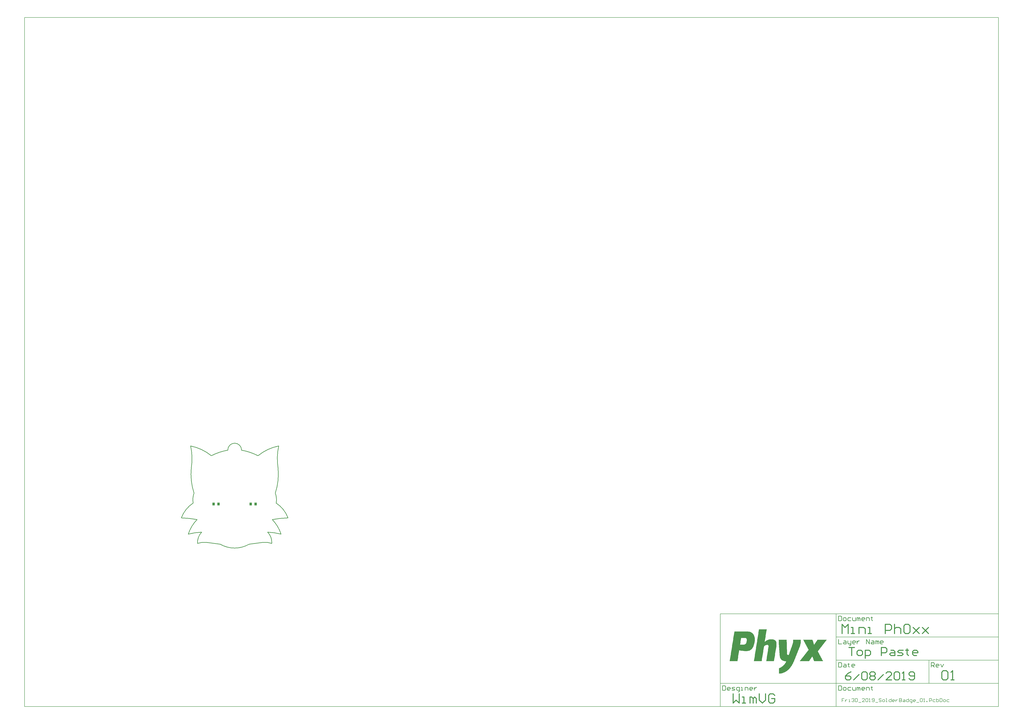
<source format=gtp>
G04*
G04 #@! TF.GenerationSoftware,Altium Limited,Altium Designer,18.1.11 (251)*
G04*
G04 Layer_Color=8421504*
%FSLAX25Y25*%
%MOIN*%
G70*
G01*
G75*
%ADD10C,0.00787*%
%ADD15C,0.00984*%
%ADD16C,0.01575*%
%ADD17R,0.03937X0.05118*%
G36*
X872201Y-141778D02*
X873919D01*
Y-142065D01*
X874778D01*
Y-142351D01*
X875637D01*
Y-142637D01*
X876496D01*
Y-142924D01*
X877069D01*
Y-143210D01*
X877355D01*
Y-143496D01*
X877928D01*
Y-143783D01*
X878214D01*
Y-144069D01*
X878786D01*
Y-144355D01*
X879073D01*
Y-144641D01*
X879359D01*
Y-144928D01*
X879646D01*
Y-145214D01*
X879932D01*
Y-145501D01*
X880218D01*
Y-145787D01*
X880504D01*
Y-146073D01*
Y-146359D01*
X880791D01*
Y-146646D01*
X881077D01*
Y-146932D01*
Y-147218D01*
X881363D01*
Y-147505D01*
X881650D01*
Y-147791D01*
Y-148077D01*
X881936D01*
Y-148364D01*
Y-148650D01*
Y-148936D01*
X882222D01*
Y-149223D01*
Y-149509D01*
Y-149795D01*
X882509D01*
Y-150082D01*
Y-150368D01*
Y-150654D01*
Y-150940D01*
X882795D01*
Y-151227D01*
Y-151513D01*
Y-151799D01*
Y-152086D01*
Y-152372D01*
X883081D01*
Y-152658D01*
Y-152945D01*
Y-153231D01*
Y-153517D01*
Y-153804D01*
Y-154090D01*
Y-154376D01*
Y-154663D01*
Y-154949D01*
Y-155235D01*
Y-155521D01*
Y-155808D01*
Y-156094D01*
Y-156380D01*
Y-156667D01*
Y-156953D01*
Y-157239D01*
Y-157526D01*
Y-157812D01*
Y-158098D01*
X882795D01*
Y-158385D01*
Y-158671D01*
Y-158957D01*
Y-159244D01*
Y-159530D01*
Y-159816D01*
Y-160102D01*
X882509D01*
Y-160389D01*
Y-160675D01*
Y-160961D01*
Y-161248D01*
Y-161534D01*
X882222D01*
Y-161820D01*
Y-162107D01*
Y-162393D01*
Y-162679D01*
Y-162966D01*
X881936D01*
Y-163252D01*
Y-163538D01*
Y-163824D01*
X881650D01*
Y-164111D01*
Y-164397D01*
Y-164683D01*
Y-164970D01*
X881363D01*
Y-165256D01*
Y-165542D01*
Y-165829D01*
X881077D01*
Y-166115D01*
Y-166401D01*
X880791D01*
Y-166688D01*
Y-166974D01*
Y-167260D01*
X880504D01*
Y-167547D01*
Y-167833D01*
X880218D01*
Y-168119D01*
Y-168405D01*
X879932D01*
Y-168692D01*
Y-168978D01*
X879646D01*
Y-169264D01*
X879359D01*
Y-169551D01*
Y-169837D01*
X879073D01*
Y-170123D01*
X878786D01*
Y-170410D01*
X878500D01*
Y-170696D01*
Y-170982D01*
X878214D01*
Y-171269D01*
X877928D01*
Y-171555D01*
X877641D01*
Y-171841D01*
X877355D01*
Y-172127D01*
X877069D01*
Y-172414D01*
X876496D01*
Y-172700D01*
X876210D01*
Y-172986D01*
X875637D01*
Y-173273D01*
X875351D01*
Y-173559D01*
X874778D01*
Y-173845D01*
X873919D01*
Y-174132D01*
X873060D01*
Y-174418D01*
X872201D01*
Y-174704D01*
X870483D01*
Y-174991D01*
X865330D01*
Y-174704D01*
X862753D01*
Y-174418D01*
X860749D01*
Y-174132D01*
X859317D01*
Y-173845D01*
X857886D01*
Y-173559D01*
X856454D01*
Y-173845D01*
Y-174132D01*
Y-174418D01*
Y-174704D01*
Y-174991D01*
Y-175277D01*
Y-175563D01*
X856168D01*
Y-175850D01*
Y-176136D01*
Y-176422D01*
Y-176709D01*
Y-176995D01*
Y-177281D01*
X855882D01*
Y-177568D01*
Y-177854D01*
Y-178140D01*
Y-178426D01*
Y-178713D01*
Y-178999D01*
X855595D01*
Y-179285D01*
Y-179572D01*
Y-179858D01*
Y-180144D01*
Y-180431D01*
Y-180717D01*
Y-181003D01*
X855309D01*
Y-181290D01*
Y-181576D01*
Y-181862D01*
Y-182149D01*
Y-182435D01*
Y-182721D01*
X855023D01*
Y-183007D01*
Y-183294D01*
Y-183580D01*
Y-183866D01*
Y-184153D01*
Y-184439D01*
X854736D01*
Y-184725D01*
Y-185012D01*
Y-185298D01*
Y-185584D01*
Y-185871D01*
Y-186157D01*
Y-186443D01*
X854450D01*
Y-186730D01*
Y-187016D01*
Y-187302D01*
Y-187588D01*
Y-187875D01*
Y-188161D01*
X854164D01*
Y-188447D01*
Y-188734D01*
Y-189020D01*
Y-189306D01*
Y-189593D01*
Y-189879D01*
X853877D01*
Y-190165D01*
Y-190452D01*
Y-190738D01*
Y-191024D01*
Y-191311D01*
Y-191597D01*
Y-191883D01*
X840421D01*
Y-191597D01*
X840707D01*
Y-191311D01*
Y-191024D01*
Y-190738D01*
Y-190452D01*
Y-190165D01*
X840993D01*
Y-189879D01*
Y-189593D01*
Y-189306D01*
Y-189020D01*
Y-188734D01*
Y-188447D01*
Y-188161D01*
X841280D01*
Y-187875D01*
Y-187588D01*
Y-187302D01*
Y-187016D01*
Y-186730D01*
Y-186443D01*
X841566D01*
Y-186157D01*
Y-185871D01*
Y-185584D01*
Y-185298D01*
Y-185012D01*
Y-184725D01*
X841852D01*
Y-184439D01*
Y-184153D01*
Y-183866D01*
Y-183580D01*
Y-183294D01*
Y-183007D01*
Y-182721D01*
X842138D01*
Y-182435D01*
Y-182149D01*
Y-181862D01*
Y-181576D01*
Y-181290D01*
Y-181003D01*
X842425D01*
Y-180717D01*
Y-180431D01*
Y-180144D01*
Y-179858D01*
Y-179572D01*
Y-179285D01*
X842711D01*
Y-178999D01*
Y-178713D01*
Y-178426D01*
Y-178140D01*
Y-177854D01*
Y-177568D01*
X842997D01*
Y-177281D01*
Y-176995D01*
Y-176709D01*
Y-176422D01*
Y-176136D01*
Y-175850D01*
Y-175563D01*
X843284D01*
Y-175277D01*
Y-174991D01*
Y-174704D01*
Y-174418D01*
Y-174132D01*
Y-173845D01*
X843570D01*
Y-173559D01*
Y-173273D01*
Y-172986D01*
Y-172700D01*
Y-172414D01*
Y-172127D01*
X843856D01*
Y-171841D01*
Y-171555D01*
Y-171269D01*
Y-170982D01*
Y-170696D01*
Y-170410D01*
X844143D01*
Y-170123D01*
Y-169837D01*
Y-169551D01*
Y-169264D01*
Y-168978D01*
Y-168692D01*
Y-168405D01*
X844429D01*
Y-168119D01*
Y-167833D01*
Y-167547D01*
Y-167260D01*
Y-166974D01*
Y-166688D01*
X844715D01*
Y-166401D01*
Y-166115D01*
Y-165829D01*
Y-165542D01*
Y-165256D01*
Y-164970D01*
X845002D01*
Y-164683D01*
Y-164397D01*
Y-164111D01*
Y-163824D01*
Y-163538D01*
Y-163252D01*
Y-162966D01*
X845288D01*
Y-162679D01*
Y-162393D01*
Y-162107D01*
Y-161820D01*
Y-161534D01*
Y-161248D01*
X845574D01*
Y-160961D01*
Y-160675D01*
Y-160389D01*
Y-160102D01*
Y-159816D01*
Y-159530D01*
X845861D01*
Y-159244D01*
Y-158957D01*
Y-158671D01*
Y-158385D01*
Y-158098D01*
Y-157812D01*
X846147D01*
Y-157526D01*
Y-157239D01*
Y-156953D01*
Y-156667D01*
Y-156380D01*
Y-156094D01*
Y-155808D01*
X846433D01*
Y-155521D01*
Y-155235D01*
Y-154949D01*
Y-154663D01*
Y-154376D01*
Y-154090D01*
X846719D01*
Y-153804D01*
Y-153517D01*
Y-153231D01*
Y-152945D01*
Y-152658D01*
Y-152372D01*
X847006D01*
Y-152086D01*
Y-151799D01*
Y-151513D01*
Y-151227D01*
Y-150940D01*
Y-150654D01*
Y-150368D01*
X847292D01*
Y-150082D01*
Y-149795D01*
Y-149509D01*
Y-149223D01*
Y-148936D01*
Y-148650D01*
X847578D01*
Y-148364D01*
Y-148077D01*
Y-147791D01*
Y-147505D01*
Y-147218D01*
Y-146932D01*
X847865D01*
Y-146646D01*
Y-146359D01*
Y-146073D01*
Y-145787D01*
Y-145501D01*
Y-145214D01*
Y-144928D01*
X848151D01*
Y-144641D01*
Y-144355D01*
Y-144069D01*
Y-143783D01*
Y-143496D01*
Y-143210D01*
X848437D01*
Y-142924D01*
Y-142637D01*
Y-142351D01*
Y-142065D01*
Y-141778D01*
Y-141492D01*
X872201D01*
Y-141778D01*
D02*
G37*
G36*
X903409Y-138343D02*
Y-138629D01*
X903123D01*
Y-138915D01*
Y-139202D01*
Y-139488D01*
Y-139774D01*
Y-140060D01*
Y-140347D01*
X902837D01*
Y-140633D01*
Y-140919D01*
Y-141206D01*
Y-141492D01*
Y-141778D01*
Y-142065D01*
X902551D01*
Y-142351D01*
Y-142637D01*
Y-142924D01*
Y-143210D01*
Y-143496D01*
Y-143783D01*
Y-144069D01*
X902264D01*
Y-144355D01*
Y-144641D01*
Y-144928D01*
Y-145214D01*
Y-145501D01*
Y-145787D01*
X901978D01*
Y-146073D01*
Y-146359D01*
Y-146646D01*
Y-146932D01*
Y-147218D01*
Y-147505D01*
X901692D01*
Y-147791D01*
Y-148077D01*
Y-148364D01*
Y-148650D01*
Y-148936D01*
Y-149223D01*
Y-149509D01*
X901405D01*
Y-149795D01*
Y-150082D01*
Y-150368D01*
Y-150654D01*
Y-150940D01*
Y-151227D01*
X901119D01*
Y-151513D01*
Y-151799D01*
Y-152086D01*
Y-152372D01*
Y-152658D01*
Y-152945D01*
X900833D01*
Y-153231D01*
Y-153517D01*
Y-153804D01*
Y-154090D01*
Y-154376D01*
Y-154663D01*
X900546D01*
Y-154949D01*
Y-155235D01*
Y-155521D01*
Y-155808D01*
Y-156094D01*
Y-156380D01*
Y-156667D01*
X900260D01*
Y-156953D01*
Y-157239D01*
Y-157526D01*
Y-157812D01*
Y-158098D01*
Y-158385D01*
X899974D01*
Y-158671D01*
Y-158957D01*
X900546D01*
Y-158671D01*
X900833D01*
Y-158385D01*
X901119D01*
Y-158098D01*
X901692D01*
Y-157812D01*
X901978D01*
Y-157526D01*
X902264D01*
Y-157239D01*
X902837D01*
Y-156953D01*
X903409D01*
Y-156667D01*
X903696D01*
Y-156380D01*
X904268D01*
Y-156094D01*
X905127D01*
Y-155808D01*
X905700D01*
Y-155521D01*
X906559D01*
Y-155235D01*
X907990D01*
Y-154949D01*
X914289D01*
Y-155235D01*
X915435D01*
Y-155521D01*
X916294D01*
Y-155808D01*
X916866D01*
Y-156094D01*
X917153D01*
Y-156380D01*
X917725D01*
Y-156667D01*
X918011D01*
Y-156953D01*
X918298D01*
Y-157239D01*
X918584D01*
Y-157526D01*
X918870D01*
Y-157812D01*
Y-158098D01*
X919157D01*
Y-158385D01*
Y-158671D01*
X919443D01*
Y-158957D01*
Y-159244D01*
Y-159530D01*
X919729D01*
Y-159816D01*
Y-160102D01*
Y-160389D01*
Y-160675D01*
X920016D01*
Y-160961D01*
Y-161248D01*
Y-161534D01*
Y-161820D01*
Y-162107D01*
Y-162393D01*
Y-162679D01*
Y-162966D01*
Y-163252D01*
Y-163538D01*
Y-163824D01*
Y-164111D01*
Y-164397D01*
Y-164683D01*
Y-164970D01*
Y-165256D01*
Y-165542D01*
Y-165829D01*
X919729D01*
Y-166115D01*
Y-166401D01*
Y-166688D01*
Y-166974D01*
Y-167260D01*
Y-167547D01*
Y-167833D01*
X919443D01*
Y-168119D01*
Y-168405D01*
Y-168692D01*
Y-168978D01*
Y-169264D01*
Y-169551D01*
Y-169837D01*
X919157D01*
Y-170123D01*
Y-170410D01*
Y-170696D01*
Y-170982D01*
Y-171269D01*
Y-171555D01*
X918870D01*
Y-171841D01*
Y-172127D01*
Y-172414D01*
Y-172700D01*
Y-172986D01*
Y-173273D01*
X918584D01*
Y-173559D01*
Y-173845D01*
Y-174132D01*
Y-174418D01*
Y-174704D01*
Y-174991D01*
X918298D01*
Y-175277D01*
Y-175563D01*
Y-175850D01*
Y-176136D01*
Y-176422D01*
Y-176709D01*
Y-176995D01*
X918011D01*
Y-177281D01*
Y-177568D01*
Y-177854D01*
Y-178140D01*
Y-178426D01*
Y-178713D01*
X917725D01*
Y-178999D01*
Y-179285D01*
Y-179572D01*
Y-179858D01*
Y-180144D01*
Y-180431D01*
X917439D01*
Y-180717D01*
Y-181003D01*
Y-181290D01*
Y-181576D01*
Y-181862D01*
Y-182149D01*
Y-182435D01*
X917153D01*
Y-182721D01*
Y-183007D01*
Y-183294D01*
Y-183580D01*
Y-183866D01*
Y-184153D01*
X916866D01*
Y-184439D01*
Y-184725D01*
Y-185012D01*
Y-185298D01*
Y-185584D01*
Y-185871D01*
X916580D01*
Y-186157D01*
Y-186443D01*
Y-186730D01*
Y-187016D01*
Y-187302D01*
Y-187588D01*
X916294D01*
Y-187875D01*
Y-188161D01*
Y-188447D01*
Y-188734D01*
Y-189020D01*
Y-189306D01*
Y-189593D01*
X916007D01*
Y-189879D01*
Y-190165D01*
Y-190452D01*
Y-190738D01*
Y-191024D01*
Y-191311D01*
X915721D01*
Y-191597D01*
Y-191883D01*
X902551D01*
Y-191597D01*
Y-191311D01*
X902837D01*
Y-191024D01*
Y-190738D01*
Y-190452D01*
Y-190165D01*
Y-189879D01*
Y-189593D01*
X903123D01*
Y-189306D01*
Y-189020D01*
Y-188734D01*
Y-188447D01*
Y-188161D01*
Y-187875D01*
Y-187588D01*
X903409D01*
Y-187302D01*
Y-187016D01*
Y-186730D01*
Y-186443D01*
Y-186157D01*
Y-185871D01*
X903696D01*
Y-185584D01*
Y-185298D01*
Y-185012D01*
Y-184725D01*
Y-184439D01*
Y-184153D01*
X903982D01*
Y-183866D01*
Y-183580D01*
Y-183294D01*
Y-183007D01*
Y-182721D01*
Y-182435D01*
Y-182149D01*
X904268D01*
Y-181862D01*
Y-181576D01*
Y-181290D01*
Y-181003D01*
Y-180717D01*
Y-180431D01*
X904555D01*
Y-180144D01*
Y-179858D01*
Y-179572D01*
Y-179285D01*
Y-178999D01*
Y-178713D01*
Y-178426D01*
X904841D01*
Y-178140D01*
Y-177854D01*
Y-177568D01*
Y-177281D01*
Y-176995D01*
Y-176709D01*
X905127D01*
Y-176422D01*
Y-176136D01*
Y-175850D01*
Y-175563D01*
Y-175277D01*
Y-174991D01*
X905414D01*
Y-174704D01*
Y-174418D01*
Y-174132D01*
Y-173845D01*
Y-173559D01*
Y-173273D01*
X905700D01*
Y-172986D01*
Y-172700D01*
Y-172414D01*
Y-172127D01*
Y-171841D01*
Y-171555D01*
Y-171269D01*
X905986D01*
Y-170982D01*
Y-170696D01*
Y-170410D01*
Y-170123D01*
Y-169837D01*
Y-169551D01*
X906273D01*
Y-169264D01*
Y-168978D01*
Y-168692D01*
Y-168405D01*
Y-168119D01*
Y-167833D01*
Y-167547D01*
X906559D01*
Y-167260D01*
Y-166974D01*
Y-166688D01*
Y-166401D01*
Y-166115D01*
Y-165829D01*
X906273D01*
Y-165542D01*
Y-165256D01*
X905986D01*
Y-164970D01*
X905700D01*
Y-164683D01*
X905127D01*
Y-164397D01*
X903409D01*
Y-164683D01*
X901978D01*
Y-164970D01*
X901119D01*
Y-165256D01*
X900546D01*
Y-165542D01*
X900260D01*
Y-165829D01*
X899687D01*
Y-166115D01*
X899401D01*
Y-166401D01*
X899115D01*
Y-166688D01*
Y-166974D01*
X898828D01*
Y-167260D01*
Y-167547D01*
Y-167833D01*
X898542D01*
Y-168119D01*
Y-168405D01*
Y-168692D01*
Y-168978D01*
Y-169264D01*
Y-169551D01*
X898256D01*
Y-169837D01*
Y-170123D01*
Y-170410D01*
Y-170696D01*
Y-170982D01*
Y-171269D01*
Y-171555D01*
X897970D01*
Y-171841D01*
Y-172127D01*
Y-172414D01*
Y-172700D01*
Y-172986D01*
Y-173273D01*
X897683D01*
Y-173559D01*
Y-173845D01*
Y-174132D01*
Y-174418D01*
Y-174704D01*
Y-174991D01*
X897397D01*
Y-175277D01*
Y-175563D01*
Y-175850D01*
Y-176136D01*
Y-176422D01*
Y-176709D01*
X897111D01*
Y-176995D01*
Y-177281D01*
Y-177568D01*
Y-177854D01*
Y-178140D01*
Y-178426D01*
Y-178713D01*
X896824D01*
Y-178999D01*
Y-179285D01*
Y-179572D01*
Y-179858D01*
Y-180144D01*
Y-180431D01*
X896538D01*
Y-180717D01*
Y-181003D01*
Y-181290D01*
Y-181576D01*
Y-181862D01*
Y-182149D01*
X896252D01*
Y-182435D01*
Y-182721D01*
Y-183007D01*
Y-183294D01*
Y-183580D01*
Y-183866D01*
Y-184153D01*
X895965D01*
Y-184439D01*
Y-184725D01*
Y-185012D01*
Y-185298D01*
Y-185584D01*
Y-185871D01*
X895679D01*
Y-186157D01*
Y-186443D01*
Y-186730D01*
Y-187016D01*
Y-187302D01*
Y-187588D01*
X895393D01*
Y-187875D01*
Y-188161D01*
Y-188447D01*
Y-188734D01*
Y-189020D01*
Y-189306D01*
X895106D01*
Y-189593D01*
Y-189879D01*
Y-190165D01*
Y-190452D01*
Y-190738D01*
Y-191024D01*
Y-191311D01*
X894820D01*
Y-191597D01*
Y-191883D01*
X881650D01*
Y-191597D01*
Y-191311D01*
X881936D01*
Y-191024D01*
Y-190738D01*
Y-190452D01*
Y-190165D01*
Y-189879D01*
Y-189593D01*
Y-189306D01*
X882222D01*
Y-189020D01*
Y-188734D01*
Y-188447D01*
Y-188161D01*
Y-187875D01*
Y-187588D01*
X882509D01*
Y-187302D01*
Y-187016D01*
Y-186730D01*
Y-186443D01*
Y-186157D01*
Y-185871D01*
X882795D01*
Y-185584D01*
Y-185298D01*
Y-185012D01*
Y-184725D01*
Y-184439D01*
Y-184153D01*
Y-183866D01*
X883081D01*
Y-183580D01*
Y-183294D01*
Y-183007D01*
Y-182721D01*
Y-182435D01*
Y-182149D01*
X883368D01*
Y-181862D01*
Y-181576D01*
Y-181290D01*
Y-181003D01*
Y-180717D01*
Y-180431D01*
X883654D01*
Y-180144D01*
Y-179858D01*
Y-179572D01*
Y-179285D01*
Y-178999D01*
Y-178713D01*
X883940D01*
Y-178426D01*
Y-178140D01*
Y-177854D01*
Y-177568D01*
Y-177281D01*
Y-176995D01*
Y-176709D01*
X884227D01*
Y-176422D01*
Y-176136D01*
Y-175850D01*
Y-175563D01*
Y-175277D01*
Y-174991D01*
X884513D01*
Y-174704D01*
Y-174418D01*
Y-174132D01*
Y-173845D01*
Y-173559D01*
Y-173273D01*
X884799D01*
Y-172986D01*
Y-172700D01*
Y-172414D01*
Y-172127D01*
Y-171841D01*
Y-171555D01*
Y-171269D01*
X885085D01*
Y-170982D01*
Y-170696D01*
Y-170410D01*
Y-170123D01*
Y-169837D01*
Y-169551D01*
X885372D01*
Y-169264D01*
Y-168978D01*
Y-168692D01*
Y-168405D01*
Y-168119D01*
Y-167833D01*
X885658D01*
Y-167547D01*
Y-167260D01*
Y-166974D01*
Y-166688D01*
Y-166401D01*
Y-166115D01*
X885944D01*
Y-165829D01*
Y-165542D01*
Y-165256D01*
Y-164970D01*
Y-164683D01*
Y-164397D01*
Y-164111D01*
X886231D01*
Y-163824D01*
Y-163538D01*
Y-163252D01*
Y-162966D01*
Y-162679D01*
Y-162393D01*
X886517D01*
Y-162107D01*
Y-161820D01*
Y-161534D01*
Y-161248D01*
Y-160961D01*
Y-160675D01*
X886803D01*
Y-160389D01*
Y-160102D01*
Y-159816D01*
Y-159530D01*
Y-159244D01*
Y-158957D01*
X887090D01*
Y-158671D01*
Y-158385D01*
Y-158098D01*
Y-157812D01*
Y-157526D01*
Y-157239D01*
Y-156953D01*
X887376D01*
Y-156667D01*
Y-156380D01*
Y-156094D01*
Y-155808D01*
Y-155521D01*
Y-155235D01*
X887662D01*
Y-154949D01*
Y-154663D01*
Y-154376D01*
Y-154090D01*
Y-153804D01*
Y-153517D01*
X887949D01*
Y-153231D01*
Y-152945D01*
Y-152658D01*
Y-152372D01*
Y-152086D01*
Y-151799D01*
Y-151513D01*
X888235D01*
Y-151227D01*
Y-150940D01*
Y-150654D01*
Y-150368D01*
Y-150082D01*
Y-149795D01*
X888521D01*
Y-149509D01*
Y-149223D01*
Y-148936D01*
Y-148650D01*
Y-148364D01*
Y-148077D01*
X888807D01*
Y-147791D01*
Y-147505D01*
Y-147218D01*
Y-146932D01*
Y-146646D01*
Y-146359D01*
X889094D01*
Y-146073D01*
Y-145787D01*
Y-145501D01*
Y-145214D01*
Y-144928D01*
Y-144641D01*
Y-144355D01*
X889380D01*
Y-144069D01*
Y-143783D01*
Y-143496D01*
Y-143210D01*
Y-142924D01*
Y-142637D01*
X889666D01*
Y-142351D01*
Y-142065D01*
Y-141778D01*
Y-141492D01*
Y-141206D01*
Y-140919D01*
X889953D01*
Y-140633D01*
Y-140347D01*
Y-140060D01*
Y-139774D01*
Y-139488D01*
Y-139202D01*
Y-138915D01*
X890239D01*
Y-138629D01*
Y-138343D01*
Y-138056D01*
X903409D01*
Y-138343D01*
D02*
G37*
G36*
X1005337Y-155808D02*
X1005050D01*
Y-156094D01*
X1004764D01*
Y-156380D01*
Y-156667D01*
X1004478D01*
Y-156953D01*
X1004192D01*
Y-157239D01*
X1003905D01*
Y-157526D01*
Y-157812D01*
X1003619D01*
Y-158098D01*
X1003333D01*
Y-158385D01*
X1003046D01*
Y-158671D01*
X1002760D01*
Y-158957D01*
Y-159244D01*
X1002474D01*
Y-159530D01*
X1002187D01*
Y-159816D01*
X1001901D01*
Y-160102D01*
Y-160389D01*
X1001615D01*
Y-160675D01*
X1001328D01*
Y-160961D01*
X1001042D01*
Y-161248D01*
X1000756D01*
Y-161534D01*
Y-161820D01*
X1000469D01*
Y-162107D01*
X1000183D01*
Y-162393D01*
X999897D01*
Y-162679D01*
Y-162966D01*
X999611D01*
Y-163252D01*
X999324D01*
Y-163538D01*
X999038D01*
Y-163824D01*
Y-164111D01*
X998752D01*
Y-164397D01*
X998465D01*
Y-164683D01*
X998179D01*
Y-164970D01*
X997893D01*
Y-165256D01*
Y-165542D01*
X997606D01*
Y-165829D01*
X997320D01*
Y-166115D01*
X997034D01*
Y-166401D01*
Y-166688D01*
X996747D01*
Y-166974D01*
X996461D01*
Y-167260D01*
X996175D01*
Y-167547D01*
Y-167833D01*
X995889D01*
Y-168119D01*
X995602D01*
Y-168405D01*
X995316D01*
Y-168692D01*
X995030D01*
Y-168978D01*
Y-169264D01*
X994743D01*
Y-169551D01*
X994457D01*
Y-169837D01*
X994171D01*
Y-170123D01*
Y-170410D01*
X993884D01*
Y-170696D01*
X993598D01*
Y-170982D01*
X993312D01*
Y-171269D01*
Y-171555D01*
X993025D01*
Y-171841D01*
X992739D01*
Y-172127D01*
X992453D01*
Y-172414D01*
X992166D01*
Y-172700D01*
Y-172986D01*
X991880D01*
Y-173273D01*
X991594D01*
Y-173559D01*
X991308D01*
Y-173845D01*
Y-174132D01*
X991021D01*
Y-174418D01*
X990735D01*
Y-174704D01*
X990449D01*
Y-174991D01*
X990162D01*
Y-175277D01*
Y-175563D01*
X990449D01*
Y-175850D01*
Y-176136D01*
X990735D01*
Y-176422D01*
Y-176709D01*
X991021D01*
Y-176995D01*
X991308D01*
Y-177281D01*
Y-177568D01*
X991594D01*
Y-177854D01*
Y-178140D01*
X991880D01*
Y-178426D01*
Y-178713D01*
X992166D01*
Y-178999D01*
Y-179285D01*
X992453D01*
Y-179572D01*
Y-179858D01*
X992739D01*
Y-180144D01*
Y-180431D01*
X993025D01*
Y-180717D01*
Y-181003D01*
X993312D01*
Y-181290D01*
Y-181576D01*
X993598D01*
Y-181862D01*
X993884D01*
Y-182149D01*
Y-182435D01*
X994171D01*
Y-182721D01*
Y-183007D01*
X994457D01*
Y-183294D01*
Y-183580D01*
X994743D01*
Y-183866D01*
Y-184153D01*
X995030D01*
Y-184439D01*
Y-184725D01*
X995316D01*
Y-185012D01*
Y-185298D01*
X995602D01*
Y-185584D01*
Y-185871D01*
X995889D01*
Y-186157D01*
X996175D01*
Y-186443D01*
Y-186730D01*
X996461D01*
Y-187016D01*
Y-187302D01*
X996747D01*
Y-187588D01*
Y-187875D01*
X997034D01*
Y-188161D01*
Y-188447D01*
X997320D01*
Y-188734D01*
Y-189020D01*
X997606D01*
Y-189306D01*
Y-189593D01*
X997893D01*
Y-189879D01*
Y-190165D01*
X998179D01*
Y-190452D01*
X998465D01*
Y-190738D01*
Y-191024D01*
X998752D01*
Y-191311D01*
Y-191597D01*
X999038D01*
Y-191883D01*
X983863D01*
Y-191597D01*
X983577D01*
Y-191311D01*
Y-191024D01*
Y-190738D01*
X983291D01*
Y-190452D01*
Y-190165D01*
Y-189879D01*
X983004D01*
Y-189593D01*
Y-189306D01*
X982718D01*
Y-189020D01*
Y-188734D01*
Y-188447D01*
X982432D01*
Y-188161D01*
Y-187875D01*
Y-187588D01*
X982146D01*
Y-187302D01*
Y-187016D01*
X981859D01*
Y-186730D01*
Y-186443D01*
Y-186157D01*
X981573D01*
Y-185871D01*
Y-185584D01*
Y-185298D01*
X981287D01*
Y-185012D01*
Y-184725D01*
Y-184439D01*
X981000D01*
Y-184153D01*
X980428D01*
Y-184439D01*
Y-184725D01*
X980141D01*
Y-185012D01*
X979855D01*
Y-185298D01*
Y-185584D01*
X979569D01*
Y-185871D01*
X979282D01*
Y-186157D01*
Y-186443D01*
X978996D01*
Y-186730D01*
X978710D01*
Y-187016D01*
Y-187302D01*
X978423D01*
Y-187588D01*
X978137D01*
Y-187875D01*
X977851D01*
Y-188161D01*
Y-188447D01*
X977565D01*
Y-188734D01*
X977278D01*
Y-189020D01*
Y-189306D01*
X976992D01*
Y-189593D01*
X976705D01*
Y-189879D01*
Y-190165D01*
X976419D01*
Y-190452D01*
X976133D01*
Y-190738D01*
Y-191024D01*
X975847D01*
Y-191311D01*
X975560D01*
Y-191597D01*
Y-191883D01*
X959527D01*
Y-191597D01*
X959813D01*
Y-191311D01*
X960099D01*
Y-191024D01*
X960386D01*
Y-190738D01*
X960672D01*
Y-190452D01*
Y-190165D01*
X960958D01*
Y-189879D01*
X961245D01*
Y-189593D01*
X961531D01*
Y-189306D01*
X961817D01*
Y-189020D01*
Y-188734D01*
X962104D01*
Y-188447D01*
X962390D01*
Y-188161D01*
X962676D01*
Y-187875D01*
Y-187588D01*
X962963D01*
Y-187302D01*
X963249D01*
Y-187016D01*
X963535D01*
Y-186730D01*
X963822D01*
Y-186443D01*
Y-186157D01*
X964108D01*
Y-185871D01*
X964394D01*
Y-185584D01*
X964680D01*
Y-185298D01*
X964967D01*
Y-185012D01*
Y-184725D01*
X965253D01*
Y-184439D01*
X965539D01*
Y-184153D01*
X965826D01*
Y-183866D01*
Y-183580D01*
X966112D01*
Y-183294D01*
X966398D01*
Y-183007D01*
X966685D01*
Y-182721D01*
X966971D01*
Y-182435D01*
Y-182149D01*
X967257D01*
Y-181862D01*
X967544D01*
Y-181576D01*
X967830D01*
Y-181290D01*
Y-181003D01*
X968116D01*
Y-180717D01*
X968402D01*
Y-180431D01*
X968689D01*
Y-180144D01*
X968975D01*
Y-179858D01*
Y-179572D01*
X969261D01*
Y-179285D01*
X969548D01*
Y-178999D01*
X969834D01*
Y-178713D01*
Y-178426D01*
X970120D01*
Y-178140D01*
X970407D01*
Y-177854D01*
X970693D01*
Y-177568D01*
X970979D01*
Y-177281D01*
Y-176995D01*
X971266D01*
Y-176709D01*
X971552D01*
Y-176422D01*
X971838D01*
Y-176136D01*
X972124D01*
Y-175850D01*
Y-175563D01*
X972411D01*
Y-175277D01*
X972697D01*
Y-174991D01*
X972983D01*
Y-174704D01*
Y-174418D01*
X973270D01*
Y-174132D01*
X973556D01*
Y-173845D01*
X973842D01*
Y-173559D01*
X974129D01*
Y-173273D01*
Y-172986D01*
X974415D01*
Y-172700D01*
Y-172414D01*
Y-172127D01*
X974129D01*
Y-171841D01*
X973842D01*
Y-171555D01*
Y-171269D01*
X973556D01*
Y-170982D01*
Y-170696D01*
X973270D01*
Y-170410D01*
Y-170123D01*
X972983D01*
Y-169837D01*
Y-169551D01*
X972697D01*
Y-169264D01*
Y-168978D01*
X972411D01*
Y-168692D01*
Y-168405D01*
X972124D01*
Y-168119D01*
X971838D01*
Y-167833D01*
Y-167547D01*
X971552D01*
Y-167260D01*
Y-166974D01*
X971266D01*
Y-166688D01*
Y-166401D01*
X970979D01*
Y-166115D01*
Y-165829D01*
X970693D01*
Y-165542D01*
Y-165256D01*
X970407D01*
Y-164970D01*
Y-164683D01*
X970120D01*
Y-164397D01*
X969834D01*
Y-164111D01*
Y-163824D01*
X969548D01*
Y-163538D01*
Y-163252D01*
X969261D01*
Y-162966D01*
Y-162679D01*
X968975D01*
Y-162393D01*
Y-162107D01*
X968689D01*
Y-161820D01*
Y-161534D01*
X968402D01*
Y-161248D01*
Y-160961D01*
X968116D01*
Y-160675D01*
Y-160389D01*
X967830D01*
Y-160102D01*
X967544D01*
Y-159816D01*
Y-159530D01*
X967257D01*
Y-159244D01*
Y-158957D01*
X966971D01*
Y-158671D01*
Y-158385D01*
X966685D01*
Y-158098D01*
Y-157812D01*
X966398D01*
Y-157526D01*
Y-157239D01*
X966112D01*
Y-156953D01*
Y-156667D01*
X965826D01*
Y-156380D01*
X965539D01*
Y-156094D01*
Y-155808D01*
X965253D01*
Y-155521D01*
X981000D01*
Y-155808D01*
X981287D01*
Y-156094D01*
Y-156380D01*
Y-156667D01*
X981573D01*
Y-156953D01*
Y-157239D01*
Y-157526D01*
X981859D01*
Y-157812D01*
Y-158098D01*
Y-158385D01*
X982146D01*
Y-158671D01*
Y-158957D01*
Y-159244D01*
X982432D01*
Y-159530D01*
Y-159816D01*
Y-160102D01*
X982718D01*
Y-160389D01*
Y-160675D01*
Y-160961D01*
X983004D01*
Y-161248D01*
Y-161534D01*
Y-161820D01*
X983291D01*
Y-162107D01*
Y-162393D01*
Y-162679D01*
X983577D01*
Y-162966D01*
Y-163252D01*
Y-163538D01*
Y-163824D01*
X984150D01*
Y-163538D01*
X984436D01*
Y-163252D01*
X984722D01*
Y-162966D01*
Y-162679D01*
X985009D01*
Y-162393D01*
X985295D01*
Y-162107D01*
Y-161820D01*
X985581D01*
Y-161534D01*
X985868D01*
Y-161248D01*
Y-160961D01*
X986154D01*
Y-160675D01*
X986440D01*
Y-160389D01*
Y-160102D01*
X986726D01*
Y-159816D01*
X987013D01*
Y-159530D01*
Y-159244D01*
X987299D01*
Y-158957D01*
X987585D01*
Y-158671D01*
Y-158385D01*
X987872D01*
Y-158098D01*
X988158D01*
Y-157812D01*
Y-157526D01*
X988444D01*
Y-157239D01*
X988731D01*
Y-156953D01*
Y-156667D01*
X989017D01*
Y-156380D01*
X989303D01*
Y-156094D01*
Y-155808D01*
X989590D01*
Y-155521D01*
X1005337D01*
Y-155808D01*
D02*
G37*
G36*
X961245D02*
Y-156094D01*
Y-156380D01*
Y-156667D01*
Y-156953D01*
Y-157239D01*
Y-157526D01*
Y-157812D01*
Y-158098D01*
Y-158385D01*
Y-158671D01*
Y-158957D01*
Y-159244D01*
Y-159530D01*
Y-159816D01*
Y-160102D01*
Y-160389D01*
Y-160675D01*
Y-160961D01*
Y-161248D01*
Y-161534D01*
X960958D01*
Y-161820D01*
Y-162107D01*
Y-162393D01*
Y-162679D01*
Y-162966D01*
X960672D01*
Y-163252D01*
Y-163538D01*
Y-163824D01*
Y-164111D01*
X960386D01*
Y-164397D01*
Y-164683D01*
Y-164970D01*
Y-165256D01*
X960099D01*
Y-165542D01*
Y-165829D01*
Y-166115D01*
X959813D01*
Y-166401D01*
Y-166688D01*
Y-166974D01*
X959527D01*
Y-167260D01*
Y-167547D01*
Y-167833D01*
X959241D01*
Y-168119D01*
Y-168405D01*
Y-168692D01*
X958954D01*
Y-168978D01*
Y-169264D01*
X958668D01*
Y-169551D01*
Y-169837D01*
X958381D01*
Y-170123D01*
Y-170410D01*
Y-170696D01*
X958095D01*
Y-170982D01*
Y-171269D01*
X957809D01*
Y-171555D01*
Y-171841D01*
Y-172127D01*
X957523D01*
Y-172414D01*
Y-172700D01*
X957236D01*
Y-172986D01*
Y-173273D01*
Y-173559D01*
X956950D01*
Y-173845D01*
Y-174132D01*
X956664D01*
Y-174418D01*
Y-174704D01*
Y-174991D01*
X956377D01*
Y-175277D01*
Y-175563D01*
X956091D01*
Y-175850D01*
Y-176136D01*
Y-176422D01*
X955805D01*
Y-176709D01*
Y-176995D01*
X955518D01*
Y-177281D01*
Y-177568D01*
Y-177854D01*
X955232D01*
Y-178140D01*
Y-178426D01*
X954946D01*
Y-178713D01*
Y-178999D01*
Y-179285D01*
X954659D01*
Y-179572D01*
Y-179858D01*
X954373D01*
Y-180144D01*
Y-180431D01*
Y-180717D01*
X954087D01*
Y-181003D01*
Y-181290D01*
X953800D01*
Y-181576D01*
Y-181862D01*
Y-182149D01*
X953514D01*
Y-182435D01*
Y-182721D01*
X953228D01*
Y-183007D01*
Y-183294D01*
Y-183580D01*
X952942D01*
Y-183866D01*
Y-184153D01*
X952655D01*
Y-184439D01*
Y-184725D01*
Y-185012D01*
X952369D01*
Y-185298D01*
Y-185584D01*
X952083D01*
Y-185871D01*
Y-186157D01*
Y-186443D01*
X951796D01*
Y-186730D01*
Y-187016D01*
X951510D01*
Y-187302D01*
Y-187588D01*
Y-187875D01*
X951224D01*
Y-188161D01*
Y-188447D01*
X950937D01*
Y-188734D01*
Y-189020D01*
Y-189306D01*
X950651D01*
Y-189593D01*
Y-189879D01*
X950365D01*
Y-190165D01*
Y-190452D01*
Y-190738D01*
X950078D01*
Y-191024D01*
Y-191311D01*
X949792D01*
Y-191597D01*
Y-191883D01*
Y-192169D01*
X949506D01*
Y-192456D01*
Y-192742D01*
X949220D01*
Y-193028D01*
Y-193315D01*
X948933D01*
Y-193601D01*
Y-193887D01*
X948647D01*
Y-194174D01*
Y-194460D01*
Y-194746D01*
X948361D01*
Y-195033D01*
X948074D01*
Y-195319D01*
Y-195605D01*
Y-195891D01*
X947788D01*
Y-196178D01*
X947502D01*
Y-196464D01*
Y-196750D01*
X947215D01*
Y-197037D01*
Y-197323D01*
X946929D01*
Y-197609D01*
Y-197896D01*
X946643D01*
Y-198182D01*
Y-198468D01*
X946356D01*
Y-198755D01*
X946070D01*
Y-199041D01*
Y-199327D01*
X945784D01*
Y-199614D01*
Y-199900D01*
X945497D01*
Y-200186D01*
X945211D01*
Y-200472D01*
X944925D01*
Y-200759D01*
Y-201045D01*
X944639D01*
Y-201331D01*
X944352D01*
Y-201618D01*
Y-201904D01*
X944066D01*
Y-202190D01*
X943780D01*
Y-202477D01*
X943493D01*
Y-202763D01*
Y-203049D01*
X943207D01*
Y-203336D01*
X942921D01*
Y-203622D01*
X942634D01*
Y-203908D01*
X942348D01*
Y-204195D01*
X942062D01*
Y-204481D01*
Y-204767D01*
X941775D01*
Y-205053D01*
X941489D01*
Y-205340D01*
X941203D01*
Y-205626D01*
X940916D01*
Y-205912D01*
X940630D01*
Y-206199D01*
X940344D01*
Y-206485D01*
X940057D01*
Y-206771D01*
X939485D01*
Y-207058D01*
X939199D01*
Y-207344D01*
X938912D01*
Y-207630D01*
X938626D01*
Y-207917D01*
X938340D01*
Y-208203D01*
X937767D01*
Y-208489D01*
X937481D01*
Y-208776D01*
X936908D01*
Y-209062D01*
X936622D01*
Y-209348D01*
X936049D01*
Y-209634D01*
X935763D01*
Y-209921D01*
X935190D01*
Y-210207D01*
X934618D01*
Y-210493D01*
X934045D01*
Y-210780D01*
X933472D01*
Y-211066D01*
X932900D01*
Y-211352D01*
X932041D01*
Y-211639D01*
X931468D01*
Y-211925D01*
X930609D01*
Y-212211D01*
X929464D01*
Y-212498D01*
X928319D01*
Y-212784D01*
X926601D01*
Y-213070D01*
X924597D01*
Y-213357D01*
X924310D01*
Y-213070D01*
Y-212784D01*
Y-212498D01*
Y-212211D01*
Y-211925D01*
Y-211639D01*
Y-211352D01*
Y-211066D01*
Y-210780D01*
Y-210493D01*
Y-210207D01*
Y-209921D01*
Y-209634D01*
Y-209348D01*
Y-209062D01*
Y-208776D01*
Y-208489D01*
Y-208203D01*
Y-207917D01*
Y-207630D01*
Y-207344D01*
Y-207058D01*
Y-206771D01*
Y-206485D01*
Y-206199D01*
Y-205912D01*
Y-205626D01*
Y-205340D01*
Y-205053D01*
Y-204767D01*
Y-204481D01*
Y-204195D01*
Y-203908D01*
X924883D01*
Y-203622D01*
X925455D01*
Y-203336D01*
X926028D01*
Y-203049D01*
X926601D01*
Y-202763D01*
X927173D01*
Y-202477D01*
X927746D01*
Y-202190D01*
X928032D01*
Y-201904D01*
X928605D01*
Y-201618D01*
X928891D01*
Y-201331D01*
X929464D01*
Y-201045D01*
X929750D01*
Y-200759D01*
X930037D01*
Y-200472D01*
X930609D01*
Y-200186D01*
X930896D01*
Y-199900D01*
X931182D01*
Y-199614D01*
X931468D01*
Y-199327D01*
X931754D01*
Y-199041D01*
X932041D01*
Y-198755D01*
X932327D01*
Y-198468D01*
X932613D01*
Y-198182D01*
X932900D01*
Y-197896D01*
X933186D01*
Y-197609D01*
X933472D01*
Y-197323D01*
X933759D01*
Y-197037D01*
Y-196750D01*
X934045D01*
Y-196464D01*
X934331D01*
Y-196178D01*
X934618D01*
Y-195891D01*
Y-195605D01*
X934904D01*
Y-195319D01*
X935190D01*
Y-195033D01*
Y-194746D01*
X935476D01*
Y-194460D01*
Y-194174D01*
X935763D01*
Y-193887D01*
X936049D01*
Y-193601D01*
Y-193315D01*
X936335D01*
Y-193028D01*
Y-192742D01*
X936622D01*
Y-192456D01*
Y-192169D01*
X934904D01*
Y-191883D01*
X932900D01*
Y-191597D01*
X931754D01*
Y-191311D01*
X931182D01*
Y-191024D01*
X930323D01*
Y-190738D01*
X929750D01*
Y-190452D01*
X929464D01*
Y-190165D01*
X928891D01*
Y-189879D01*
X928605D01*
Y-189593D01*
X928319D01*
Y-189306D01*
X928032D01*
Y-189020D01*
X927746D01*
Y-188734D01*
X927460D01*
Y-188447D01*
Y-188161D01*
X927173D01*
Y-187875D01*
X926887D01*
Y-187588D01*
Y-187302D01*
X926601D01*
Y-187016D01*
Y-186730D01*
X926315D01*
Y-186443D01*
Y-186157D01*
X926028D01*
Y-185871D01*
Y-185584D01*
Y-185298D01*
X925742D01*
Y-185012D01*
Y-184725D01*
Y-184439D01*
Y-184153D01*
X925455D01*
Y-183866D01*
Y-183580D01*
Y-183294D01*
Y-183007D01*
Y-182721D01*
Y-182435D01*
Y-182149D01*
X925169D01*
Y-181862D01*
Y-181576D01*
Y-181290D01*
Y-181003D01*
Y-180717D01*
Y-180431D01*
Y-180144D01*
Y-179858D01*
Y-179572D01*
Y-179285D01*
Y-178999D01*
Y-178713D01*
Y-178426D01*
Y-178140D01*
Y-177854D01*
X924883D01*
Y-177568D01*
Y-177281D01*
Y-176995D01*
Y-176709D01*
Y-176422D01*
Y-176136D01*
Y-175850D01*
Y-175563D01*
Y-175277D01*
Y-174991D01*
Y-174704D01*
Y-174418D01*
Y-174132D01*
Y-173845D01*
Y-173559D01*
X924597D01*
Y-173273D01*
Y-172986D01*
Y-172700D01*
Y-172414D01*
Y-172127D01*
Y-171841D01*
Y-171555D01*
Y-171269D01*
Y-170982D01*
Y-170696D01*
Y-170410D01*
Y-170123D01*
Y-169837D01*
Y-169551D01*
Y-169264D01*
Y-168978D01*
X924310D01*
Y-168692D01*
Y-168405D01*
Y-168119D01*
Y-167833D01*
Y-167547D01*
Y-167260D01*
Y-166974D01*
Y-166688D01*
Y-166401D01*
Y-166115D01*
Y-165829D01*
Y-165542D01*
Y-165256D01*
Y-164970D01*
Y-164683D01*
Y-164397D01*
X924024D01*
Y-164111D01*
Y-163824D01*
Y-163538D01*
Y-163252D01*
Y-162966D01*
Y-162679D01*
Y-162393D01*
Y-162107D01*
Y-161820D01*
Y-161534D01*
Y-161248D01*
Y-160961D01*
Y-160675D01*
Y-160389D01*
X923738D01*
Y-160102D01*
Y-159816D01*
Y-159530D01*
Y-159244D01*
Y-158957D01*
Y-158671D01*
Y-158385D01*
Y-158098D01*
Y-157812D01*
Y-157526D01*
Y-157239D01*
Y-156953D01*
Y-156667D01*
Y-156380D01*
Y-156094D01*
Y-155808D01*
X923451D01*
Y-155521D01*
X937194D01*
Y-155808D01*
Y-156094D01*
Y-156380D01*
Y-156667D01*
Y-156953D01*
Y-157239D01*
Y-157526D01*
Y-157812D01*
Y-158098D01*
Y-158385D01*
Y-158671D01*
Y-158957D01*
Y-159244D01*
Y-159530D01*
X937481D01*
Y-159816D01*
Y-160102D01*
Y-160389D01*
Y-160675D01*
Y-160961D01*
Y-161248D01*
Y-161534D01*
Y-161820D01*
Y-162107D01*
Y-162393D01*
Y-162679D01*
Y-162966D01*
Y-163252D01*
Y-163538D01*
Y-163824D01*
Y-164111D01*
Y-164397D01*
Y-164683D01*
Y-164970D01*
Y-165256D01*
Y-165542D01*
Y-165829D01*
Y-166115D01*
Y-166401D01*
Y-166688D01*
Y-166974D01*
Y-167260D01*
Y-167547D01*
Y-167833D01*
Y-168119D01*
Y-168405D01*
Y-168692D01*
Y-168978D01*
Y-169264D01*
Y-169551D01*
Y-169837D01*
Y-170123D01*
Y-170410D01*
Y-170696D01*
Y-170982D01*
Y-171269D01*
X937767D01*
Y-171555D01*
X937481D01*
Y-171841D01*
Y-172127D01*
X937767D01*
Y-172414D01*
Y-172700D01*
Y-172986D01*
Y-173273D01*
Y-173559D01*
Y-173845D01*
Y-174132D01*
Y-174418D01*
Y-174704D01*
Y-174991D01*
Y-175277D01*
Y-175563D01*
Y-175850D01*
Y-176136D01*
Y-176422D01*
Y-176709D01*
Y-176995D01*
Y-177281D01*
Y-177568D01*
Y-177854D01*
Y-178140D01*
Y-178426D01*
Y-178713D01*
Y-178999D01*
Y-179285D01*
Y-179572D01*
X938053D01*
Y-179858D01*
Y-180144D01*
Y-180431D01*
X938340D01*
Y-180717D01*
X938626D01*
Y-181003D01*
X938912D01*
Y-181290D01*
X939771D01*
Y-181576D01*
X940630D01*
Y-181290D01*
X940916D01*
Y-181003D01*
Y-180717D01*
Y-180431D01*
X941203D01*
Y-180144D01*
Y-179858D01*
X941489D01*
Y-179572D01*
Y-179285D01*
Y-178999D01*
X941775D01*
Y-178713D01*
Y-178426D01*
Y-178140D01*
X942062D01*
Y-177854D01*
Y-177568D01*
Y-177281D01*
X942348D01*
Y-176995D01*
Y-176709D01*
Y-176422D01*
X942634D01*
Y-176136D01*
Y-175850D01*
X942921D01*
Y-175563D01*
Y-175277D01*
Y-174991D01*
X943207D01*
Y-174704D01*
Y-174418D01*
Y-174132D01*
X943493D01*
Y-173845D01*
Y-173559D01*
Y-173273D01*
X943780D01*
Y-172986D01*
Y-172700D01*
X944066D01*
Y-172414D01*
Y-172127D01*
Y-171841D01*
X944352D01*
Y-171555D01*
Y-171269D01*
Y-170982D01*
X944639D01*
Y-170696D01*
Y-170410D01*
Y-170123D01*
X944925D01*
Y-169837D01*
Y-169551D01*
X945211D01*
Y-169264D01*
Y-168978D01*
Y-168692D01*
X945497D01*
Y-168405D01*
Y-168119D01*
Y-167833D01*
X945784D01*
Y-167547D01*
Y-167260D01*
Y-166974D01*
X946070D01*
Y-166688D01*
Y-166401D01*
X946356D01*
Y-166115D01*
Y-165829D01*
Y-165542D01*
X946643D01*
Y-165256D01*
Y-164970D01*
Y-164683D01*
X946929D01*
Y-164397D01*
Y-164111D01*
Y-163824D01*
X947215D01*
Y-163538D01*
Y-163252D01*
Y-162966D01*
Y-162679D01*
X947502D01*
Y-162393D01*
Y-162107D01*
Y-161820D01*
Y-161534D01*
X947788D01*
Y-161248D01*
Y-160961D01*
Y-160675D01*
Y-160389D01*
Y-160102D01*
X948074D01*
Y-159816D01*
Y-159530D01*
Y-159244D01*
Y-158957D01*
Y-158671D01*
Y-158385D01*
X948361D01*
Y-158098D01*
Y-157812D01*
Y-157526D01*
Y-157239D01*
Y-156953D01*
Y-156667D01*
Y-156380D01*
Y-156094D01*
Y-155808D01*
Y-155521D01*
X961245D01*
Y-155808D01*
D02*
G37*
%LPC*%
G36*
X867907Y-152658D02*
X859890D01*
Y-152945D01*
Y-153231D01*
Y-153517D01*
Y-153804D01*
Y-154090D01*
X859604D01*
Y-154376D01*
Y-154663D01*
Y-154949D01*
Y-155235D01*
Y-155521D01*
Y-155808D01*
X859317D01*
Y-156094D01*
Y-156380D01*
Y-156667D01*
Y-156953D01*
Y-157239D01*
Y-157526D01*
X859031D01*
Y-157812D01*
Y-158098D01*
Y-158385D01*
Y-158671D01*
Y-158957D01*
Y-159244D01*
X858745D01*
Y-159530D01*
Y-159816D01*
Y-160102D01*
Y-160389D01*
Y-160675D01*
Y-160961D01*
Y-161248D01*
X858458D01*
Y-161534D01*
Y-161820D01*
Y-162107D01*
Y-162393D01*
Y-162679D01*
Y-162966D01*
X858172D01*
Y-163252D01*
Y-163538D01*
Y-163824D01*
X865330D01*
Y-163538D01*
X866475D01*
Y-163252D01*
X867048D01*
Y-162966D01*
X867334D01*
Y-162679D01*
X867620D01*
Y-162393D01*
X867907D01*
Y-162107D01*
X868193D01*
Y-161820D01*
Y-161534D01*
X868479D01*
Y-161248D01*
Y-160961D01*
X868766D01*
Y-160675D01*
Y-160389D01*
X869052D01*
Y-160102D01*
Y-159816D01*
Y-159530D01*
Y-159244D01*
X869338D01*
Y-158957D01*
Y-158671D01*
Y-158385D01*
Y-158098D01*
Y-157812D01*
X869625D01*
Y-157526D01*
Y-157239D01*
Y-156953D01*
Y-156667D01*
Y-156380D01*
Y-156094D01*
Y-155808D01*
Y-155521D01*
Y-155235D01*
Y-154949D01*
Y-154663D01*
X869338D01*
Y-154376D01*
Y-154090D01*
X869052D01*
Y-153804D01*
Y-153517D01*
X868766D01*
Y-153231D01*
X868479D01*
Y-152945D01*
X867907D01*
Y-152658D01*
D02*
G37*
%LPD*%
D10*
X1178748Y-229571D02*
Y-190201D01*
X1021267Y-150831D02*
X1296858D01*
X1021267Y-190201D02*
X1296858D01*
X824417Y-229571D02*
X1296858D01*
X824417Y-111461D02*
X1296858D01*
X824417Y-268941D02*
Y-111461D01*
X1021267Y-268941D02*
Y-111461D01*
X-356685Y900350D02*
X1296858D01*
Y-268941D02*
Y900350D01*
X-356685Y-268941D02*
Y900350D01*
Y-268941D02*
X1296858D01*
X1035046Y-255164D02*
X1031110D01*
Y-258115D01*
X1033078D01*
X1031110D01*
Y-261067D01*
X1037014Y-257131D02*
Y-261067D01*
Y-259099D01*
X1037998Y-258115D01*
X1038981Y-257131D01*
X1039965D01*
X1042917Y-261067D02*
X1044885D01*
X1043901D01*
Y-257131D01*
X1042917D01*
X1047837Y-256147D02*
X1048821Y-255164D01*
X1050789D01*
X1051772Y-256147D01*
Y-257131D01*
X1050789Y-258115D01*
X1049805D01*
X1050789D01*
X1051772Y-259099D01*
Y-260083D01*
X1050789Y-261067D01*
X1048821D01*
X1047837Y-260083D01*
X1053740Y-255164D02*
Y-261067D01*
X1056692D01*
X1057676Y-260083D01*
Y-256147D01*
X1056692Y-255164D01*
X1053740D01*
X1059644Y-262051D02*
X1063580D01*
X1069483Y-261067D02*
X1065548D01*
X1069483Y-257131D01*
Y-256147D01*
X1068499Y-255164D01*
X1066531D01*
X1065548Y-256147D01*
X1071451D02*
X1072435Y-255164D01*
X1074403D01*
X1075387Y-256147D01*
Y-260083D01*
X1074403Y-261067D01*
X1072435D01*
X1071451Y-260083D01*
Y-256147D01*
X1077355Y-261067D02*
X1079323D01*
X1078339D01*
Y-255164D01*
X1077355Y-256147D01*
X1082275Y-260083D02*
X1083258Y-261067D01*
X1085226D01*
X1086210Y-260083D01*
Y-256147D01*
X1085226Y-255164D01*
X1083258D01*
X1082275Y-256147D01*
Y-257131D01*
X1083258Y-258115D01*
X1086210D01*
X1088178Y-262051D02*
X1092114D01*
X1098017Y-256147D02*
X1097034Y-255164D01*
X1095066D01*
X1094082Y-256147D01*
Y-257131D01*
X1095066Y-258115D01*
X1097034D01*
X1098017Y-259099D01*
Y-260083D01*
X1097034Y-261067D01*
X1095066D01*
X1094082Y-260083D01*
X1100969Y-261067D02*
X1102937D01*
X1103921Y-260083D01*
Y-258115D01*
X1102937Y-257131D01*
X1100969D01*
X1099985Y-258115D01*
Y-260083D01*
X1100969Y-261067D01*
X1105889D02*
X1107857D01*
X1106873D01*
Y-255164D01*
X1105889D01*
X1114744D02*
Y-261067D01*
X1111792D01*
X1110808Y-260083D01*
Y-258115D01*
X1111792Y-257131D01*
X1114744D01*
X1119664Y-261067D02*
X1117696D01*
X1116712Y-260083D01*
Y-258115D01*
X1117696Y-257131D01*
X1119664D01*
X1120648Y-258115D01*
Y-259099D01*
X1116712D01*
X1122616Y-257131D02*
Y-261067D01*
Y-259099D01*
X1123600Y-258115D01*
X1124584Y-257131D01*
X1125568D01*
X1128519Y-255164D02*
Y-261067D01*
X1131471D01*
X1132455Y-260083D01*
Y-259099D01*
X1131471Y-258115D01*
X1128519D01*
X1131471D01*
X1132455Y-257131D01*
Y-256147D01*
X1131471Y-255164D01*
X1128519D01*
X1135407Y-257131D02*
X1137375D01*
X1138359Y-258115D01*
Y-261067D01*
X1135407D01*
X1134423Y-260083D01*
X1135407Y-259099D01*
X1138359D01*
X1144262Y-255164D02*
Y-261067D01*
X1141311D01*
X1140326Y-260083D01*
Y-258115D01*
X1141311Y-257131D01*
X1144262D01*
X1148198Y-263035D02*
X1149182D01*
X1150166Y-262051D01*
Y-257131D01*
X1147214D01*
X1146230Y-258115D01*
Y-260083D01*
X1147214Y-261067D01*
X1150166D01*
X1155085D02*
X1153118D01*
X1152134Y-260083D01*
Y-258115D01*
X1153118Y-257131D01*
X1155085D01*
X1156069Y-258115D01*
Y-259099D01*
X1152134D01*
X1158037Y-262051D02*
X1161973D01*
X1163941Y-256147D02*
X1164925Y-255164D01*
X1166893D01*
X1167877Y-256147D01*
Y-260083D01*
X1166893Y-261067D01*
X1164925D01*
X1163941Y-260083D01*
Y-256147D01*
X1169845Y-261067D02*
X1171812D01*
X1170829D01*
Y-255164D01*
X1169845Y-256147D01*
X1174764Y-261067D02*
Y-260083D01*
X1175748D01*
Y-261067D01*
X1174764D01*
X1179684D02*
Y-255164D01*
X1182636D01*
X1183620Y-256147D01*
Y-258115D01*
X1182636Y-259099D01*
X1179684D01*
X1189523Y-257131D02*
X1186571D01*
X1185588Y-258115D01*
Y-260083D01*
X1186571Y-261067D01*
X1189523D01*
X1191491Y-255164D02*
Y-261067D01*
X1194443D01*
X1195427Y-260083D01*
Y-259099D01*
Y-258115D01*
X1194443Y-257131D01*
X1191491D01*
X1197395Y-255164D02*
Y-261067D01*
X1200346D01*
X1201330Y-260083D01*
Y-256147D01*
X1200346Y-255164D01*
X1197395D01*
X1204282Y-261067D02*
X1206250D01*
X1207234Y-260083D01*
Y-258115D01*
X1206250Y-257131D01*
X1204282D01*
X1203298Y-258115D01*
Y-260083D01*
X1204282Y-261067D01*
X1213138Y-257131D02*
X1210186D01*
X1209202Y-258115D01*
Y-260083D01*
X1210186Y-261067D01*
X1213138D01*
D15*
X-161Y178022D02*
G03*
X-11719Y166089I253J-11808D01*
G01*
X-11726Y166089D02*
G03*
X-39627Y156685I16667J-95546D01*
G01*
X39655Y156679D02*
G03*
X11703Y166092I-44568J-86143D01*
G01*
X11746Y166092D02*
G03*
X189Y178016I-11811J116D01*
G01*
X-24512Y6543D02*
G03*
X24555Y6543I24533J42723D01*
G01*
X48173Y9652D02*
G03*
X24540Y6538I43865J-424098D01*
G01*
X62998Y7868D02*
G03*
X48188Y9657I-11477J-32805D01*
G01*
X62998Y7868D02*
G03*
X55999Y26983I-24495J1871D01*
G01*
X78747Y23617D02*
G03*
X55999Y26983I-26577J-101038D01*
G01*
X78747Y23617D02*
G03*
X63909Y48296I-59470J-18955D01*
G01*
X90558Y51175D02*
G03*
X63897Y48307I3682J-159583D01*
G01*
X90558Y51175D02*
G03*
X70501Y76336I-47910J-17616D01*
G01*
X70501D02*
G03*
X69011Y93228I-31925J5695D01*
G01*
X69011D02*
G03*
X73664Y135990I-97680J32264D01*
G01*
X74809Y173228D02*
G03*
X73664Y135990I97809J-21644D01*
G01*
X74809Y173228D02*
G03*
X39655Y156679I15198J-77899D01*
G01*
X-39627Y156685D02*
G03*
X-74782Y173234I-50353J-61350D01*
G01*
X-73636Y135996D02*
G03*
X-74782Y173234I-98954J15594D01*
G01*
X-73636Y135996D02*
G03*
X-68983Y93234I102333J-10498D01*
G01*
X-68983D02*
G03*
X-70473Y76342I30435J-11197D01*
G01*
X-70473D02*
G03*
X-90530Y51181I27853J-42777D01*
G01*
X-63869Y48313D02*
G03*
X-90530Y51181I-30343J-156715D01*
G01*
X-63881Y48302D02*
G03*
X-78719Y23622I44633J-43634D01*
G01*
X-55972Y26989D02*
G03*
X-78719Y23622I3830J-104405D01*
G01*
X-55972Y26989D02*
G03*
X-62970Y7874I17496J-17245D01*
G01*
X-48161Y9663D02*
G03*
X-62970Y7874I-3333J-34594D01*
G01*
X-24512Y6543D02*
G03*
X-48146Y9657I-67498J-420984D01*
G01*
X-161Y178022D02*
X189D01*
X1182685Y-202012D02*
Y-194141D01*
X1186621D01*
X1187932Y-195452D01*
Y-198076D01*
X1186621Y-199388D01*
X1182685D01*
X1185308D02*
X1187932Y-202012D01*
X1194492D02*
X1191868D01*
X1190556Y-200700D01*
Y-198076D01*
X1191868Y-196764D01*
X1194492D01*
X1195804Y-198076D01*
Y-199388D01*
X1190556D01*
X1198428Y-196764D02*
X1201052Y-202012D01*
X1203675Y-196764D01*
X828354Y-233511D02*
Y-241382D01*
X832290D01*
X833602Y-240070D01*
Y-234823D01*
X832290Y-233511D01*
X828354D01*
X840161Y-241382D02*
X837537D01*
X836226Y-240070D01*
Y-237446D01*
X837537Y-236134D01*
X840161D01*
X841473Y-237446D01*
Y-238758D01*
X836226D01*
X844097Y-241382D02*
X848033D01*
X849345Y-240070D01*
X848033Y-238758D01*
X845409D01*
X844097Y-237446D01*
X845409Y-236134D01*
X849345D01*
X854592Y-244006D02*
X855904D01*
X857216Y-242694D01*
Y-236134D01*
X853280D01*
X851968Y-237446D01*
Y-240070D01*
X853280Y-241382D01*
X857216D01*
X859840D02*
X862464D01*
X861152D01*
Y-236134D01*
X859840D01*
X866399Y-241382D02*
Y-236134D01*
X870335D01*
X871647Y-237446D01*
Y-241382D01*
X878207D02*
X875583D01*
X874271Y-240070D01*
Y-237446D01*
X875583Y-236134D01*
X878207D01*
X879519Y-237446D01*
Y-238758D01*
X874271D01*
X882143Y-236134D02*
Y-241382D01*
Y-238758D01*
X883454Y-237446D01*
X884766Y-236134D01*
X886078D01*
X1025204Y-115400D02*
Y-123272D01*
X1029140D01*
X1030452Y-121960D01*
Y-116712D01*
X1029140Y-115400D01*
X1025204D01*
X1034388Y-123272D02*
X1037012D01*
X1038323Y-121960D01*
Y-119336D01*
X1037012Y-118024D01*
X1034388D01*
X1033076Y-119336D01*
Y-121960D01*
X1034388Y-123272D01*
X1046195Y-118024D02*
X1042259D01*
X1040947Y-119336D01*
Y-121960D01*
X1042259Y-123272D01*
X1046195D01*
X1048819Y-118024D02*
Y-121960D01*
X1050131Y-123272D01*
X1054066D01*
Y-118024D01*
X1056690Y-123272D02*
Y-118024D01*
X1058002D01*
X1059314Y-119336D01*
Y-123272D01*
Y-119336D01*
X1060626Y-118024D01*
X1061938Y-119336D01*
Y-123272D01*
X1068498D02*
X1065874D01*
X1064562Y-121960D01*
Y-119336D01*
X1065874Y-118024D01*
X1068498D01*
X1069810Y-119336D01*
Y-120648D01*
X1064562D01*
X1072433Y-123272D02*
Y-118024D01*
X1076369D01*
X1077681Y-119336D01*
Y-123272D01*
X1081617Y-116712D02*
Y-118024D01*
X1080305D01*
X1082929D01*
X1081617D01*
Y-121960D01*
X1082929Y-123272D01*
X1025204Y-154770D02*
Y-162642D01*
X1030452D01*
X1034388Y-157394D02*
X1037012D01*
X1038323Y-158706D01*
Y-162642D01*
X1034388D01*
X1033076Y-161330D01*
X1034388Y-160018D01*
X1038323D01*
X1040947Y-157394D02*
Y-161330D01*
X1042259Y-162642D01*
X1046195D01*
Y-163954D01*
X1044883Y-165266D01*
X1043571D01*
X1046195Y-162642D02*
Y-157394D01*
X1052755Y-162642D02*
X1050131D01*
X1048819Y-161330D01*
Y-158706D01*
X1050131Y-157394D01*
X1052755D01*
X1054066Y-158706D01*
Y-160018D01*
X1048819D01*
X1056690Y-157394D02*
Y-162642D01*
Y-160018D01*
X1058002Y-158706D01*
X1059314Y-157394D01*
X1060626D01*
X1072433Y-162642D02*
Y-154770D01*
X1077681Y-162642D01*
Y-154770D01*
X1081617Y-157394D02*
X1084241D01*
X1085552Y-158706D01*
Y-162642D01*
X1081617D01*
X1080305Y-161330D01*
X1081617Y-160018D01*
X1085552D01*
X1088176Y-162642D02*
Y-157394D01*
X1089488D01*
X1090800Y-158706D01*
Y-162642D01*
Y-158706D01*
X1092112Y-157394D01*
X1093424Y-158706D01*
Y-162642D01*
X1099984D02*
X1097360D01*
X1096048Y-161330D01*
Y-158706D01*
X1097360Y-157394D01*
X1099984D01*
X1101295Y-158706D01*
Y-160018D01*
X1096048D01*
X1025204Y-194141D02*
Y-202012D01*
X1029140D01*
X1030452Y-200700D01*
Y-195452D01*
X1029140Y-194141D01*
X1025204D01*
X1034388Y-196764D02*
X1037012D01*
X1038323Y-198076D01*
Y-202012D01*
X1034388D01*
X1033076Y-200700D01*
X1034388Y-199388D01*
X1038323D01*
X1042259Y-195452D02*
Y-196764D01*
X1040947D01*
X1043571D01*
X1042259D01*
Y-200700D01*
X1043571Y-202012D01*
X1051443D02*
X1048819D01*
X1047507Y-200700D01*
Y-198076D01*
X1048819Y-196764D01*
X1051443D01*
X1052755Y-198076D01*
Y-199388D01*
X1047507D01*
X1025204Y-233511D02*
Y-241382D01*
X1029140D01*
X1030452Y-240070D01*
Y-234823D01*
X1029140Y-233511D01*
X1025204D01*
X1034388Y-241382D02*
X1037012D01*
X1038323Y-240070D01*
Y-237446D01*
X1037012Y-236134D01*
X1034388D01*
X1033076Y-237446D01*
Y-240070D01*
X1034388Y-241382D01*
X1046195Y-236134D02*
X1042259D01*
X1040947Y-237446D01*
Y-240070D01*
X1042259Y-241382D01*
X1046195D01*
X1048819Y-236134D02*
Y-240070D01*
X1050131Y-241382D01*
X1054066D01*
Y-236134D01*
X1056690Y-241382D02*
Y-236134D01*
X1058002D01*
X1059314Y-237446D01*
Y-241382D01*
Y-237446D01*
X1060626Y-236134D01*
X1061938Y-237446D01*
Y-241382D01*
X1068498D02*
X1065874D01*
X1064562Y-240070D01*
Y-237446D01*
X1065874Y-236134D01*
X1068498D01*
X1069810Y-237446D01*
Y-238758D01*
X1064562D01*
X1072433Y-241382D02*
Y-236134D01*
X1076369D01*
X1077681Y-237446D01*
Y-241382D01*
X1081617Y-234823D02*
Y-236134D01*
X1080305D01*
X1082929D01*
X1081617D01*
Y-240070D01*
X1082929Y-241382D01*
D16*
X1042921Y-168552D02*
X1052104D01*
X1047513D01*
Y-182327D01*
X1058992D02*
X1063584D01*
X1065879Y-180031D01*
Y-175439D01*
X1063584Y-173144D01*
X1058992D01*
X1056696Y-175439D01*
Y-180031D01*
X1058992Y-182327D01*
X1070471Y-186919D02*
Y-173144D01*
X1077359D01*
X1079655Y-175439D01*
Y-180031D01*
X1077359Y-182327D01*
X1070471D01*
X1098021D02*
Y-168552D01*
X1104909D01*
X1107205Y-170848D01*
Y-175439D01*
X1104909Y-177735D01*
X1098021D01*
X1114092Y-173144D02*
X1118684D01*
X1120980Y-175439D01*
Y-182327D01*
X1114092D01*
X1111796Y-180031D01*
X1114092Y-177735D01*
X1120980D01*
X1125571Y-182327D02*
X1132459D01*
X1134755Y-180031D01*
X1132459Y-177735D01*
X1127867D01*
X1125571Y-175439D01*
X1127867Y-173144D01*
X1134755D01*
X1141642Y-170848D02*
Y-173144D01*
X1139347D01*
X1143938D01*
X1141642D01*
Y-180031D01*
X1143938Y-182327D01*
X1157713D02*
X1153122D01*
X1150826Y-180031D01*
Y-175439D01*
X1153122Y-173144D01*
X1157713D01*
X1160009Y-175439D01*
Y-177735D01*
X1150826D01*
X846071Y-247293D02*
Y-263036D01*
X851318Y-257788D01*
X856566Y-263036D01*
Y-247293D01*
X861814Y-263036D02*
X867061D01*
X864437D01*
Y-252540D01*
X861814D01*
X874933Y-263036D02*
Y-252540D01*
X877556D01*
X880180Y-255164D01*
Y-263036D01*
Y-255164D01*
X882804Y-252540D01*
X885428Y-255164D01*
Y-263036D01*
X890676Y-247293D02*
Y-257788D01*
X895923Y-263036D01*
X901171Y-257788D01*
Y-247293D01*
X916914Y-249917D02*
X914290Y-247293D01*
X909042D01*
X906419Y-249917D01*
Y-260412D01*
X909042Y-263036D01*
X914290D01*
X916914Y-260412D01*
Y-255164D01*
X911666D01*
X1200401Y-210546D02*
X1203025Y-207923D01*
X1208273D01*
X1210897Y-210546D01*
Y-221042D01*
X1208273Y-223665D01*
X1203025D01*
X1200401Y-221042D01*
Y-210546D01*
X1216144Y-223665D02*
X1221392D01*
X1218768D01*
Y-207923D01*
X1216144Y-210546D01*
X1046199Y-209890D02*
X1041607Y-212186D01*
X1037015Y-216778D01*
Y-221370D01*
X1039311Y-223665D01*
X1043903D01*
X1046199Y-221370D01*
Y-219074D01*
X1043903Y-216778D01*
X1037015D01*
X1050791Y-223665D02*
X1059974Y-214482D01*
X1064566Y-212186D02*
X1066861Y-209890D01*
X1071453D01*
X1073749Y-212186D01*
Y-221370D01*
X1071453Y-223665D01*
X1066861D01*
X1064566Y-221370D01*
Y-212186D01*
X1078341D02*
X1080637Y-209890D01*
X1085228D01*
X1087524Y-212186D01*
Y-214482D01*
X1085228Y-216778D01*
X1087524Y-219074D01*
Y-221370D01*
X1085228Y-223665D01*
X1080637D01*
X1078341Y-221370D01*
Y-219074D01*
X1080637Y-216778D01*
X1078341Y-214482D01*
Y-212186D01*
X1080637Y-216778D02*
X1085228D01*
X1092116Y-223665D02*
X1101299Y-214482D01*
X1115074Y-223665D02*
X1105891D01*
X1115074Y-214482D01*
Y-212186D01*
X1112778Y-209890D01*
X1108187D01*
X1105891Y-212186D01*
X1119666D02*
X1121962Y-209890D01*
X1126553D01*
X1128849Y-212186D01*
Y-221370D01*
X1126553Y-223665D01*
X1121962D01*
X1119666Y-221370D01*
Y-212186D01*
X1133441Y-223665D02*
X1138033D01*
X1135737D01*
Y-209890D01*
X1133441Y-212186D01*
X1144920Y-221370D02*
X1147216Y-223665D01*
X1151808D01*
X1154104Y-221370D01*
Y-212186D01*
X1151808Y-209890D01*
X1147216D01*
X1144920Y-212186D01*
Y-214482D01*
X1147216Y-216778D01*
X1154104D01*
X1031110Y-144925D02*
Y-129182D01*
X1036358Y-134430D01*
X1041605Y-129182D01*
Y-144925D01*
X1046853D02*
X1052100D01*
X1049477D01*
Y-134430D01*
X1046853D01*
X1059972Y-144925D02*
Y-134430D01*
X1067843D01*
X1070467Y-137054D01*
Y-144925D01*
X1075715D02*
X1080963D01*
X1078339D01*
Y-134430D01*
X1075715D01*
X1104577Y-144925D02*
Y-129182D01*
X1112449D01*
X1115072Y-131806D01*
Y-137054D01*
X1112449Y-139678D01*
X1104577D01*
X1120320Y-129182D02*
Y-144925D01*
Y-137054D01*
X1122944Y-134430D01*
X1128191D01*
X1130815Y-137054D01*
Y-144925D01*
X1136063Y-131806D02*
X1138687Y-129182D01*
X1143934D01*
X1146558Y-131806D01*
Y-142301D01*
X1143934Y-144925D01*
X1138687D01*
X1136063Y-142301D01*
Y-131806D01*
X1151806Y-134430D02*
X1162301Y-144925D01*
X1157053Y-139678D01*
X1162301Y-134430D01*
X1151806Y-144925D01*
X1167549Y-134430D02*
X1178044Y-144925D01*
X1172796Y-139678D01*
X1178044Y-134430D01*
X1167549Y-144925D01*
D17*
X27362Y74803D02*
D03*
X35630D02*
D03*
X-27362D02*
D03*
X-35630D02*
D03*
M02*

</source>
